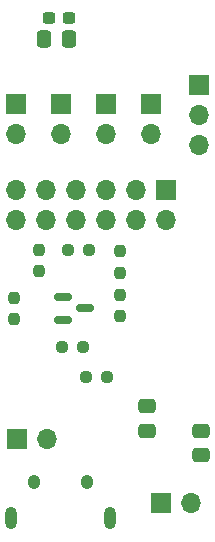
<source format=gbs>
G04 #@! TF.GenerationSoftware,KiCad,Pcbnew,8.0.5*
G04 #@! TF.CreationDate,2024-10-24T23:20:29+02:00*
G04 #@! TF.ProjectId,iot-opentherm,696f742d-6f70-4656-9e74-6865726d2e6b,rev?*
G04 #@! TF.SameCoordinates,Original*
G04 #@! TF.FileFunction,Soldermask,Bot*
G04 #@! TF.FilePolarity,Negative*
%FSLAX46Y46*%
G04 Gerber Fmt 4.6, Leading zero omitted, Abs format (unit mm)*
G04 Created by KiCad (PCBNEW 8.0.5) date 2024-10-24 23:20:29*
%MOMM*%
%LPD*%
G01*
G04 APERTURE LIST*
G04 Aperture macros list*
%AMRoundRect*
0 Rectangle with rounded corners*
0 $1 Rounding radius*
0 $2 $3 $4 $5 $6 $7 $8 $9 X,Y pos of 4 corners*
0 Add a 4 corners polygon primitive as box body*
4,1,4,$2,$3,$4,$5,$6,$7,$8,$9,$2,$3,0*
0 Add four circle primitives for the rounded corners*
1,1,$1+$1,$2,$3*
1,1,$1+$1,$4,$5*
1,1,$1+$1,$6,$7*
1,1,$1+$1,$8,$9*
0 Add four rect primitives between the rounded corners*
20,1,$1+$1,$2,$3,$4,$5,0*
20,1,$1+$1,$4,$5,$6,$7,0*
20,1,$1+$1,$6,$7,$8,$9,0*
20,1,$1+$1,$8,$9,$2,$3,0*%
G04 Aperture macros list end*
%ADD10R,1.700000X1.700000*%
%ADD11O,1.700000X1.700000*%
%ADD12O,1.000000X1.900000*%
%ADD13O,1.050000X1.250000*%
%ADD14RoundRect,0.237500X-0.300000X-0.237500X0.300000X-0.237500X0.300000X0.237500X-0.300000X0.237500X0*%
%ADD15RoundRect,0.237500X0.250000X0.237500X-0.250000X0.237500X-0.250000X-0.237500X0.250000X-0.237500X0*%
%ADD16RoundRect,0.250000X-0.337500X-0.475000X0.337500X-0.475000X0.337500X0.475000X-0.337500X0.475000X0*%
%ADD17RoundRect,0.250000X0.475000X-0.337500X0.475000X0.337500X-0.475000X0.337500X-0.475000X-0.337500X0*%
%ADD18RoundRect,0.237500X-0.237500X0.250000X-0.237500X-0.250000X0.237500X-0.250000X0.237500X0.250000X0*%
%ADD19RoundRect,0.237500X0.237500X-0.250000X0.237500X0.250000X-0.237500X0.250000X-0.237500X-0.250000X0*%
%ADD20RoundRect,0.237500X-0.250000X-0.237500X0.250000X-0.237500X0.250000X0.237500X-0.250000X0.237500X0*%
%ADD21RoundRect,0.150000X-0.587500X-0.150000X0.587500X-0.150000X0.587500X0.150000X-0.587500X0.150000X0*%
%ADD22RoundRect,0.250000X-0.475000X0.337500X-0.475000X-0.337500X0.475000X-0.337500X0.475000X0.337500X0*%
G04 APERTURE END LIST*
D10*
X138684000Y-82931000D03*
D11*
X138684000Y-85471000D03*
X136144000Y-82931000D03*
X136144000Y-85471000D03*
X133604000Y-82931000D03*
X133604000Y-85471000D03*
X131064000Y-82931000D03*
X131064000Y-85471000D03*
X128524000Y-82931000D03*
X128524000Y-85471000D03*
X125984000Y-82931000D03*
X125984000Y-85471000D03*
D12*
X125573400Y-110693200D03*
D13*
X127523400Y-107693200D03*
X131973400Y-107693200D03*
D12*
X133923400Y-110693200D03*
D10*
X137414000Y-75636200D03*
D11*
X137414000Y-78176200D03*
D10*
X129794000Y-75636200D03*
D11*
X129794000Y-78176200D03*
D10*
X138264000Y-109474000D03*
D11*
X140804000Y-109474000D03*
D10*
X133604000Y-75636200D03*
D11*
X133604000Y-78176200D03*
D10*
X126085600Y-103987600D03*
D11*
X128625600Y-103987600D03*
D10*
X141478000Y-74041000D03*
D11*
X141478000Y-76581000D03*
X141478000Y-79121000D03*
D10*
X125984000Y-75636200D03*
D11*
X125984000Y-78176200D03*
D14*
X128779100Y-68376800D03*
X130504100Y-68376800D03*
D15*
X132196500Y-88011000D03*
X130371500Y-88011000D03*
D16*
X128400900Y-70154800D03*
X130475900Y-70154800D03*
D17*
X141698000Y-105380700D03*
X141698000Y-103305700D03*
D18*
X125823000Y-92051500D03*
X125823000Y-93876500D03*
D19*
X127982000Y-89812500D03*
X127982000Y-87987500D03*
D20*
X131895500Y-98806000D03*
X133720500Y-98806000D03*
D21*
X129965500Y-93914000D03*
X129965500Y-92014000D03*
X131840500Y-92964000D03*
D22*
X137126000Y-101222500D03*
X137126000Y-103297500D03*
D15*
X131688500Y-96266000D03*
X129863500Y-96266000D03*
D18*
X134840000Y-88114500D03*
X134840000Y-89939500D03*
X134840000Y-91797500D03*
X134840000Y-93622500D03*
M02*

</source>
